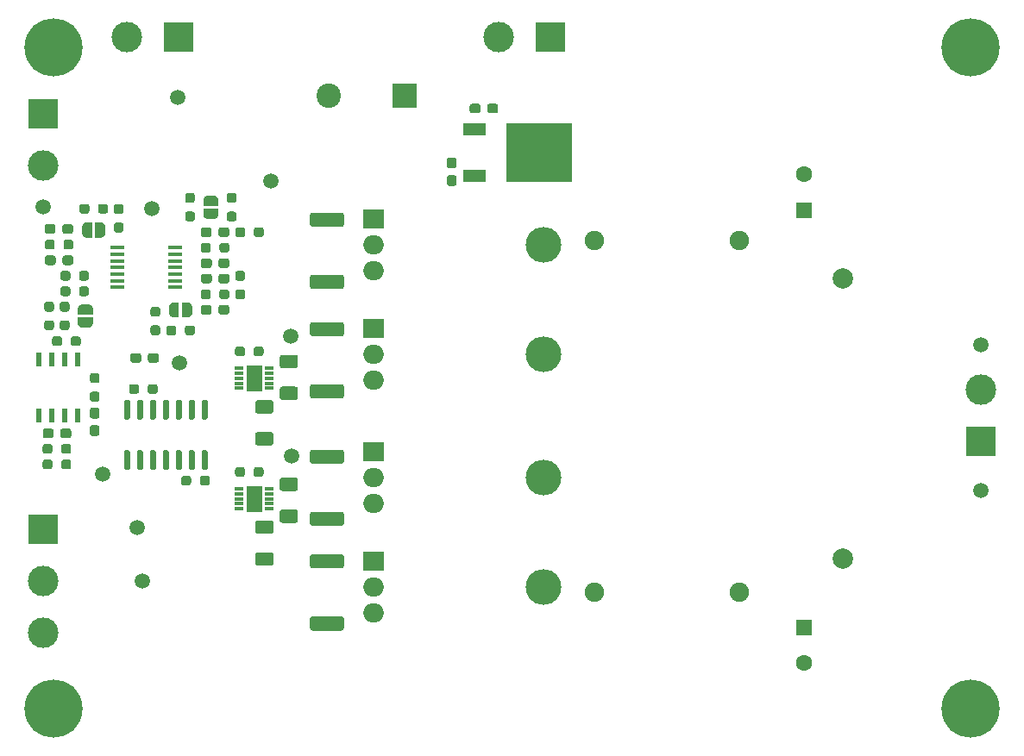
<source format=gts>
G04 #@! TF.GenerationSoftware,KiCad,Pcbnew,5.1.10*
G04 #@! TF.CreationDate,2021-08-14T15:52:34+12:00*
G04 #@! TF.ProjectId,DClassAmplifier,44436c61-7373-4416-9d70-6c6966696572,rev?*
G04 #@! TF.SameCoordinates,Original*
G04 #@! TF.FileFunction,Soldermask,Top*
G04 #@! TF.FilePolarity,Negative*
%FSLAX46Y46*%
G04 Gerber Fmt 4.6, Leading zero omitted, Abs format (unit mm)*
G04 Created by KiCad (PCBNEW 5.1.10) date 2021-08-14 15:52:34*
%MOMM*%
%LPD*%
G01*
G04 APERTURE LIST*
%ADD10C,1.500000*%
%ADD11C,3.000000*%
%ADD12R,3.000000X3.000000*%
%ADD13R,6.400000X5.800000*%
%ADD14R,2.200000X1.200000*%
%ADD15O,2.000000X1.905000*%
%ADD16R,2.000000X1.905000*%
%ADD17O,3.500000X3.500000*%
%ADD18R,0.533400X1.460500*%
%ADD19R,1.473200X0.355600*%
%ADD20C,2.000000*%
%ADD21C,0.100000*%
%ADD22C,1.905000*%
%ADD23R,1.650000X2.600000*%
%ADD24R,0.850000X0.300000*%
%ADD25C,1.600000*%
%ADD26R,1.600000X1.600000*%
%ADD27C,2.400000*%
%ADD28R,2.400000X2.400000*%
%ADD29C,5.700000*%
G04 APERTURE END LIST*
D10*
X98970000Y-78220000D03*
X121320000Y-75650000D03*
D11*
X107170000Y-61500000D03*
D12*
X112250000Y-61500000D03*
D13*
X147655000Y-72885000D03*
D14*
X141355000Y-75165000D03*
X141355000Y-70605000D03*
G36*
G01*
X139327500Y-74417500D02*
X138852500Y-74417500D01*
G75*
G02*
X138615000Y-74180000I0J237500D01*
G01*
X138615000Y-73580000D01*
G75*
G02*
X138852500Y-73342500I237500J0D01*
G01*
X139327500Y-73342500D01*
G75*
G02*
X139565000Y-73580000I0J-237500D01*
G01*
X139565000Y-74180000D01*
G75*
G02*
X139327500Y-74417500I-237500J0D01*
G01*
G37*
G36*
G01*
X139327500Y-76142500D02*
X138852500Y-76142500D01*
G75*
G02*
X138615000Y-75905000I0J237500D01*
G01*
X138615000Y-75305000D01*
G75*
G02*
X138852500Y-75067500I237500J0D01*
G01*
X139327500Y-75067500D01*
G75*
G02*
X139565000Y-75305000I0J-237500D01*
G01*
X139565000Y-75905000D01*
G75*
G02*
X139327500Y-76142500I-237500J0D01*
G01*
G37*
G36*
G01*
X142575000Y-68757500D02*
X142575000Y-68282500D01*
G75*
G02*
X142812500Y-68045000I237500J0D01*
G01*
X143412500Y-68045000D01*
G75*
G02*
X143650000Y-68282500I0J-237500D01*
G01*
X143650000Y-68757500D01*
G75*
G02*
X143412500Y-68995000I-237500J0D01*
G01*
X142812500Y-68995000D01*
G75*
G02*
X142575000Y-68757500I0J237500D01*
G01*
G37*
G36*
G01*
X140850000Y-68757500D02*
X140850000Y-68282500D01*
G75*
G02*
X141087500Y-68045000I237500J0D01*
G01*
X141687500Y-68045000D01*
G75*
G02*
X141925000Y-68282500I0J-237500D01*
G01*
X141925000Y-68757500D01*
G75*
G02*
X141687500Y-68995000I-237500J0D01*
G01*
X141087500Y-68995000D01*
G75*
G02*
X140850000Y-68757500I0J237500D01*
G01*
G37*
D15*
X131400000Y-118080000D03*
X131400000Y-115540000D03*
D16*
X131400000Y-113000000D03*
D17*
X148060000Y-115540000D03*
D15*
X131400000Y-107280000D03*
X131400000Y-104740000D03*
D16*
X131400000Y-102200000D03*
D17*
X148060000Y-104740000D03*
D15*
X131400000Y-95180000D03*
X131400000Y-92640000D03*
D16*
X131400000Y-90100000D03*
D17*
X148060000Y-92640000D03*
D15*
X131400000Y-84480000D03*
X131400000Y-81940000D03*
D16*
X131400000Y-79400000D03*
D17*
X148060000Y-81940000D03*
D18*
X102395000Y-98654150D03*
X101125000Y-98654150D03*
X99855000Y-98654150D03*
X98585000Y-98654150D03*
X98585000Y-93205850D03*
X99855000Y-93205850D03*
X101125000Y-93205850D03*
X102395000Y-93205850D03*
D19*
X111948800Y-82180002D03*
X111948800Y-82830001D03*
X111948800Y-83480002D03*
X111948800Y-84130001D03*
X111948800Y-84780002D03*
X111948800Y-85430001D03*
X111948800Y-86080002D03*
X106310000Y-86080000D03*
X106310000Y-85430001D03*
X106310000Y-84780000D03*
X106310000Y-84130001D03*
X106310000Y-83480002D03*
X106310000Y-82830001D03*
X106310000Y-82180000D03*
D20*
X177500000Y-85250000D03*
X177500000Y-112750000D03*
G36*
G01*
X118812500Y-80437500D02*
X118812500Y-80912500D01*
G75*
G02*
X118575000Y-81150000I-237500J0D01*
G01*
X118075000Y-81150000D01*
G75*
G02*
X117837500Y-80912500I0J237500D01*
G01*
X117837500Y-80437500D01*
G75*
G02*
X118075000Y-80200000I237500J0D01*
G01*
X118575000Y-80200000D01*
G75*
G02*
X118812500Y-80437500I0J-237500D01*
G01*
G37*
G36*
G01*
X120637500Y-80437500D02*
X120637500Y-80912500D01*
G75*
G02*
X120400000Y-81150000I-237500J0D01*
G01*
X119900000Y-81150000D01*
G75*
G02*
X119662500Y-80912500I0J237500D01*
G01*
X119662500Y-80437500D01*
G75*
G02*
X119900000Y-80200000I237500J0D01*
G01*
X120400000Y-80200000D01*
G75*
G02*
X120637500Y-80437500I0J-237500D01*
G01*
G37*
G36*
G01*
X110237500Y-88975000D02*
X109762500Y-88975000D01*
G75*
G02*
X109525000Y-88737500I0J237500D01*
G01*
X109525000Y-88237500D01*
G75*
G02*
X109762500Y-88000000I237500J0D01*
G01*
X110237500Y-88000000D01*
G75*
G02*
X110475000Y-88237500I0J-237500D01*
G01*
X110475000Y-88737500D01*
G75*
G02*
X110237500Y-88975000I-237500J0D01*
G01*
G37*
G36*
G01*
X110237500Y-90800000D02*
X109762500Y-90800000D01*
G75*
G02*
X109525000Y-90562500I0J237500D01*
G01*
X109525000Y-90062500D01*
G75*
G02*
X109762500Y-89825000I237500J0D01*
G01*
X110237500Y-89825000D01*
G75*
G02*
X110475000Y-90062500I0J-237500D01*
G01*
X110475000Y-90562500D01*
G75*
G02*
X110237500Y-90800000I-237500J0D01*
G01*
G37*
G36*
G01*
X112062500Y-90087500D02*
X112062500Y-90562500D01*
G75*
G02*
X111825000Y-90800000I-237500J0D01*
G01*
X111325000Y-90800000D01*
G75*
G02*
X111087500Y-90562500I0J237500D01*
G01*
X111087500Y-90087500D01*
G75*
G02*
X111325000Y-89850000I237500J0D01*
G01*
X111825000Y-89850000D01*
G75*
G02*
X112062500Y-90087500I0J-237500D01*
G01*
G37*
G36*
G01*
X113887500Y-90087500D02*
X113887500Y-90562500D01*
G75*
G02*
X113650000Y-90800000I-237500J0D01*
G01*
X113150000Y-90800000D01*
G75*
G02*
X112912500Y-90562500I0J237500D01*
G01*
X112912500Y-90087500D01*
G75*
G02*
X113150000Y-89850000I237500J0D01*
G01*
X113650000Y-89850000D01*
G75*
G02*
X113887500Y-90087500I0J-237500D01*
G01*
G37*
D21*
G36*
X113125000Y-87550602D02*
G01*
X113149534Y-87550602D01*
X113198365Y-87555412D01*
X113246490Y-87564984D01*
X113293445Y-87579228D01*
X113338778Y-87598005D01*
X113382051Y-87621136D01*
X113422850Y-87648396D01*
X113460779Y-87679524D01*
X113495476Y-87714221D01*
X113526604Y-87752150D01*
X113553864Y-87792949D01*
X113576995Y-87836222D01*
X113595772Y-87881555D01*
X113610016Y-87928510D01*
X113619588Y-87976635D01*
X113624398Y-88025466D01*
X113624398Y-88050000D01*
X113625000Y-88050000D01*
X113625000Y-88550000D01*
X113624398Y-88550000D01*
X113624398Y-88574534D01*
X113619588Y-88623365D01*
X113610016Y-88671490D01*
X113595772Y-88718445D01*
X113576995Y-88763778D01*
X113553864Y-88807051D01*
X113526604Y-88847850D01*
X113495476Y-88885779D01*
X113460779Y-88920476D01*
X113422850Y-88951604D01*
X113382051Y-88978864D01*
X113338778Y-89001995D01*
X113293445Y-89020772D01*
X113246490Y-89035016D01*
X113198365Y-89044588D01*
X113149534Y-89049398D01*
X113125000Y-89049398D01*
X113125000Y-89050000D01*
X112625000Y-89050000D01*
X112625000Y-87550000D01*
X113125000Y-87550000D01*
X113125000Y-87550602D01*
G37*
G36*
X112325000Y-89050000D02*
G01*
X111825000Y-89050000D01*
X111825000Y-89049398D01*
X111800466Y-89049398D01*
X111751635Y-89044588D01*
X111703510Y-89035016D01*
X111656555Y-89020772D01*
X111611222Y-89001995D01*
X111567949Y-88978864D01*
X111527150Y-88951604D01*
X111489221Y-88920476D01*
X111454524Y-88885779D01*
X111423396Y-88847850D01*
X111396136Y-88807051D01*
X111373005Y-88763778D01*
X111354228Y-88718445D01*
X111339984Y-88671490D01*
X111330412Y-88623365D01*
X111325602Y-88574534D01*
X111325602Y-88550000D01*
X111325000Y-88550000D01*
X111325000Y-88050000D01*
X111325602Y-88050000D01*
X111325602Y-88025466D01*
X111330412Y-87976635D01*
X111339984Y-87928510D01*
X111354228Y-87881555D01*
X111373005Y-87836222D01*
X111396136Y-87792949D01*
X111423396Y-87752150D01*
X111454524Y-87714221D01*
X111489221Y-87679524D01*
X111527150Y-87648396D01*
X111567949Y-87621136D01*
X111611222Y-87598005D01*
X111656555Y-87579228D01*
X111703510Y-87564984D01*
X111751635Y-87555412D01*
X111800466Y-87550602D01*
X111825000Y-87550602D01*
X111825000Y-87550000D01*
X112325000Y-87550000D01*
X112325000Y-89050000D01*
G37*
G36*
G01*
X104375000Y-78612500D02*
X104375000Y-78137500D01*
G75*
G02*
X104612500Y-77900000I237500J0D01*
G01*
X105112500Y-77900000D01*
G75*
G02*
X105350000Y-78137500I0J-237500D01*
G01*
X105350000Y-78612500D01*
G75*
G02*
X105112500Y-78850000I-237500J0D01*
G01*
X104612500Y-78850000D01*
G75*
G02*
X104375000Y-78612500I0J237500D01*
G01*
G37*
G36*
G01*
X102550000Y-78612500D02*
X102550000Y-78137500D01*
G75*
G02*
X102787500Y-77900000I237500J0D01*
G01*
X103287500Y-77900000D01*
G75*
G02*
X103525000Y-78137500I0J-237500D01*
G01*
X103525000Y-78612500D01*
G75*
G02*
X103287500Y-78850000I-237500J0D01*
G01*
X102787500Y-78850000D01*
G75*
G02*
X102550000Y-78612500I0J237500D01*
G01*
G37*
G36*
G01*
X106162500Y-79725000D02*
X106637500Y-79725000D01*
G75*
G02*
X106875000Y-79962500I0J-237500D01*
G01*
X106875000Y-80462500D01*
G75*
G02*
X106637500Y-80700000I-237500J0D01*
G01*
X106162500Y-80700000D01*
G75*
G02*
X105925000Y-80462500I0J237500D01*
G01*
X105925000Y-79962500D01*
G75*
G02*
X106162500Y-79725000I237500J0D01*
G01*
G37*
G36*
G01*
X106162500Y-77900000D02*
X106637500Y-77900000D01*
G75*
G02*
X106875000Y-78137500I0J-237500D01*
G01*
X106875000Y-78637500D01*
G75*
G02*
X106637500Y-78875000I-237500J0D01*
G01*
X106162500Y-78875000D01*
G75*
G02*
X105925000Y-78637500I0J237500D01*
G01*
X105925000Y-78137500D01*
G75*
G02*
X106162500Y-77900000I237500J0D01*
G01*
G37*
G36*
X103300000Y-81199398D02*
G01*
X103275466Y-81199398D01*
X103226635Y-81194588D01*
X103178510Y-81185016D01*
X103131555Y-81170772D01*
X103086222Y-81151995D01*
X103042949Y-81128864D01*
X103002150Y-81101604D01*
X102964221Y-81070476D01*
X102929524Y-81035779D01*
X102898396Y-80997850D01*
X102871136Y-80957051D01*
X102848005Y-80913778D01*
X102829228Y-80868445D01*
X102814984Y-80821490D01*
X102805412Y-80773365D01*
X102800602Y-80724534D01*
X102800602Y-80700000D01*
X102800000Y-80700000D01*
X102800000Y-80200000D01*
X102800602Y-80200000D01*
X102800602Y-80175466D01*
X102805412Y-80126635D01*
X102814984Y-80078510D01*
X102829228Y-80031555D01*
X102848005Y-79986222D01*
X102871136Y-79942949D01*
X102898396Y-79902150D01*
X102929524Y-79864221D01*
X102964221Y-79829524D01*
X103002150Y-79798396D01*
X103042949Y-79771136D01*
X103086222Y-79748005D01*
X103131555Y-79729228D01*
X103178510Y-79714984D01*
X103226635Y-79705412D01*
X103275466Y-79700602D01*
X103300000Y-79700602D01*
X103300000Y-79700000D01*
X103800000Y-79700000D01*
X103800000Y-81200000D01*
X103300000Y-81200000D01*
X103300000Y-81199398D01*
G37*
G36*
X104100000Y-79700000D02*
G01*
X104600000Y-79700000D01*
X104600000Y-79700602D01*
X104624534Y-79700602D01*
X104673365Y-79705412D01*
X104721490Y-79714984D01*
X104768445Y-79729228D01*
X104813778Y-79748005D01*
X104857051Y-79771136D01*
X104897850Y-79798396D01*
X104935779Y-79829524D01*
X104970476Y-79864221D01*
X105001604Y-79902150D01*
X105028864Y-79942949D01*
X105051995Y-79986222D01*
X105070772Y-80031555D01*
X105085016Y-80078510D01*
X105094588Y-80126635D01*
X105099398Y-80175466D01*
X105099398Y-80200000D01*
X105100000Y-80200000D01*
X105100000Y-80700000D01*
X105099398Y-80700000D01*
X105099398Y-80724534D01*
X105094588Y-80773365D01*
X105085016Y-80821490D01*
X105070772Y-80868445D01*
X105051995Y-80913778D01*
X105028864Y-80957051D01*
X105001604Y-80997850D01*
X104970476Y-81035779D01*
X104935779Y-81070476D01*
X104897850Y-81101604D01*
X104857051Y-81128864D01*
X104813778Y-81151995D01*
X104768445Y-81170772D01*
X104721490Y-81185016D01*
X104673365Y-81194588D01*
X104624534Y-81199398D01*
X104600000Y-81199398D01*
X104600000Y-81200000D01*
X104100000Y-81200000D01*
X104100000Y-79700000D01*
G37*
G36*
G01*
X100225000Y-83192500D02*
X100225000Y-83667500D01*
G75*
G02*
X99987500Y-83905000I-237500J0D01*
G01*
X99387500Y-83905000D01*
G75*
G02*
X99150000Y-83667500I0J237500D01*
G01*
X99150000Y-83192500D01*
G75*
G02*
X99387500Y-82955000I237500J0D01*
G01*
X99987500Y-82955000D01*
G75*
G02*
X100225000Y-83192500I0J-237500D01*
G01*
G37*
G36*
G01*
X101950000Y-83192500D02*
X101950000Y-83667500D01*
G75*
G02*
X101712500Y-83905000I-237500J0D01*
G01*
X101112500Y-83905000D01*
G75*
G02*
X100875000Y-83667500I0J237500D01*
G01*
X100875000Y-83192500D01*
G75*
G02*
X101112500Y-82955000I237500J0D01*
G01*
X101712500Y-82955000D01*
G75*
G02*
X101950000Y-83192500I0J-237500D01*
G01*
G37*
G36*
G01*
X103802500Y-99625000D02*
X104277500Y-99625000D01*
G75*
G02*
X104515000Y-99862500I0J-237500D01*
G01*
X104515000Y-100462500D01*
G75*
G02*
X104277500Y-100700000I-237500J0D01*
G01*
X103802500Y-100700000D01*
G75*
G02*
X103565000Y-100462500I0J237500D01*
G01*
X103565000Y-99862500D01*
G75*
G02*
X103802500Y-99625000I237500J0D01*
G01*
G37*
G36*
G01*
X103802500Y-97900000D02*
X104277500Y-97900000D01*
G75*
G02*
X104515000Y-98137500I0J-237500D01*
G01*
X104515000Y-98737500D01*
G75*
G02*
X104277500Y-98975000I-237500J0D01*
G01*
X103802500Y-98975000D01*
G75*
G02*
X103565000Y-98737500I0J237500D01*
G01*
X103565000Y-98137500D01*
G75*
G02*
X103802500Y-97900000I237500J0D01*
G01*
G37*
G36*
G01*
X108625000Y-92787500D02*
X108625000Y-93262500D01*
G75*
G02*
X108387500Y-93500000I-237500J0D01*
G01*
X107787500Y-93500000D01*
G75*
G02*
X107550000Y-93262500I0J237500D01*
G01*
X107550000Y-92787500D01*
G75*
G02*
X107787500Y-92550000I237500J0D01*
G01*
X108387500Y-92550000D01*
G75*
G02*
X108625000Y-92787500I0J-237500D01*
G01*
G37*
G36*
G01*
X110350000Y-92787500D02*
X110350000Y-93262500D01*
G75*
G02*
X110112500Y-93500000I-237500J0D01*
G01*
X109512500Y-93500000D01*
G75*
G02*
X109275000Y-93262500I0J237500D01*
G01*
X109275000Y-92787500D01*
G75*
G02*
X109512500Y-92550000I237500J0D01*
G01*
X110112500Y-92550000D01*
G75*
G02*
X110350000Y-92787500I0J-237500D01*
G01*
G37*
G36*
G01*
X100215000Y-80112500D02*
X100215000Y-80587500D01*
G75*
G02*
X99977500Y-80825000I-237500J0D01*
G01*
X99377500Y-80825000D01*
G75*
G02*
X99140000Y-80587500I0J237500D01*
G01*
X99140000Y-80112500D01*
G75*
G02*
X99377500Y-79875000I237500J0D01*
G01*
X99977500Y-79875000D01*
G75*
G02*
X100215000Y-80112500I0J-237500D01*
G01*
G37*
G36*
G01*
X101940000Y-80112500D02*
X101940000Y-80587500D01*
G75*
G02*
X101702500Y-80825000I-237500J0D01*
G01*
X101102500Y-80825000D01*
G75*
G02*
X100865000Y-80587500I0J237500D01*
G01*
X100865000Y-80112500D01*
G75*
G02*
X101102500Y-79875000I237500J0D01*
G01*
X101702500Y-79875000D01*
G75*
G02*
X101940000Y-80112500I0J-237500D01*
G01*
G37*
G36*
G01*
X100025000Y-100187500D02*
X100025000Y-100662500D01*
G75*
G02*
X99787500Y-100900000I-237500J0D01*
G01*
X99187500Y-100900000D01*
G75*
G02*
X98950000Y-100662500I0J237500D01*
G01*
X98950000Y-100187500D01*
G75*
G02*
X99187500Y-99950000I237500J0D01*
G01*
X99787500Y-99950000D01*
G75*
G02*
X100025000Y-100187500I0J-237500D01*
G01*
G37*
G36*
G01*
X101750000Y-100187500D02*
X101750000Y-100662500D01*
G75*
G02*
X101512500Y-100900000I-237500J0D01*
G01*
X100912500Y-100900000D01*
G75*
G02*
X100675000Y-100662500I0J237500D01*
G01*
X100675000Y-100187500D01*
G75*
G02*
X100912500Y-99950000I237500J0D01*
G01*
X101512500Y-99950000D01*
G75*
G02*
X101750000Y-100187500I0J-237500D01*
G01*
G37*
D10*
X109675000Y-78325000D03*
X112400000Y-93500000D03*
X123400000Y-102675000D03*
X191000000Y-106000000D03*
X191000000Y-91750000D03*
X123325000Y-90850000D03*
X104850000Y-104450000D03*
X108250000Y-109650000D03*
X108750000Y-114950000D03*
X112210000Y-67400000D03*
G36*
G01*
X107365000Y-99075000D02*
X107065000Y-99075000D01*
G75*
G02*
X106915000Y-98925000I0J150000D01*
G01*
X106915000Y-97275000D01*
G75*
G02*
X107065000Y-97125000I150000J0D01*
G01*
X107365000Y-97125000D01*
G75*
G02*
X107515000Y-97275000I0J-150000D01*
G01*
X107515000Y-98925000D01*
G75*
G02*
X107365000Y-99075000I-150000J0D01*
G01*
G37*
G36*
G01*
X108635000Y-99075000D02*
X108335000Y-99075000D01*
G75*
G02*
X108185000Y-98925000I0J150000D01*
G01*
X108185000Y-97275000D01*
G75*
G02*
X108335000Y-97125000I150000J0D01*
G01*
X108635000Y-97125000D01*
G75*
G02*
X108785000Y-97275000I0J-150000D01*
G01*
X108785000Y-98925000D01*
G75*
G02*
X108635000Y-99075000I-150000J0D01*
G01*
G37*
G36*
G01*
X109905000Y-99075000D02*
X109605000Y-99075000D01*
G75*
G02*
X109455000Y-98925000I0J150000D01*
G01*
X109455000Y-97275000D01*
G75*
G02*
X109605000Y-97125000I150000J0D01*
G01*
X109905000Y-97125000D01*
G75*
G02*
X110055000Y-97275000I0J-150000D01*
G01*
X110055000Y-98925000D01*
G75*
G02*
X109905000Y-99075000I-150000J0D01*
G01*
G37*
G36*
G01*
X111175000Y-99075000D02*
X110875000Y-99075000D01*
G75*
G02*
X110725000Y-98925000I0J150000D01*
G01*
X110725000Y-97275000D01*
G75*
G02*
X110875000Y-97125000I150000J0D01*
G01*
X111175000Y-97125000D01*
G75*
G02*
X111325000Y-97275000I0J-150000D01*
G01*
X111325000Y-98925000D01*
G75*
G02*
X111175000Y-99075000I-150000J0D01*
G01*
G37*
G36*
G01*
X112445000Y-99075000D02*
X112145000Y-99075000D01*
G75*
G02*
X111995000Y-98925000I0J150000D01*
G01*
X111995000Y-97275000D01*
G75*
G02*
X112145000Y-97125000I150000J0D01*
G01*
X112445000Y-97125000D01*
G75*
G02*
X112595000Y-97275000I0J-150000D01*
G01*
X112595000Y-98925000D01*
G75*
G02*
X112445000Y-99075000I-150000J0D01*
G01*
G37*
G36*
G01*
X113715000Y-99075000D02*
X113415000Y-99075000D01*
G75*
G02*
X113265000Y-98925000I0J150000D01*
G01*
X113265000Y-97275000D01*
G75*
G02*
X113415000Y-97125000I150000J0D01*
G01*
X113715000Y-97125000D01*
G75*
G02*
X113865000Y-97275000I0J-150000D01*
G01*
X113865000Y-98925000D01*
G75*
G02*
X113715000Y-99075000I-150000J0D01*
G01*
G37*
G36*
G01*
X114985000Y-99075000D02*
X114685000Y-99075000D01*
G75*
G02*
X114535000Y-98925000I0J150000D01*
G01*
X114535000Y-97275000D01*
G75*
G02*
X114685000Y-97125000I150000J0D01*
G01*
X114985000Y-97125000D01*
G75*
G02*
X115135000Y-97275000I0J-150000D01*
G01*
X115135000Y-98925000D01*
G75*
G02*
X114985000Y-99075000I-150000J0D01*
G01*
G37*
G36*
G01*
X114985000Y-104025000D02*
X114685000Y-104025000D01*
G75*
G02*
X114535000Y-103875000I0J150000D01*
G01*
X114535000Y-102225000D01*
G75*
G02*
X114685000Y-102075000I150000J0D01*
G01*
X114985000Y-102075000D01*
G75*
G02*
X115135000Y-102225000I0J-150000D01*
G01*
X115135000Y-103875000D01*
G75*
G02*
X114985000Y-104025000I-150000J0D01*
G01*
G37*
G36*
G01*
X113715000Y-104025000D02*
X113415000Y-104025000D01*
G75*
G02*
X113265000Y-103875000I0J150000D01*
G01*
X113265000Y-102225000D01*
G75*
G02*
X113415000Y-102075000I150000J0D01*
G01*
X113715000Y-102075000D01*
G75*
G02*
X113865000Y-102225000I0J-150000D01*
G01*
X113865000Y-103875000D01*
G75*
G02*
X113715000Y-104025000I-150000J0D01*
G01*
G37*
G36*
G01*
X112445000Y-104025000D02*
X112145000Y-104025000D01*
G75*
G02*
X111995000Y-103875000I0J150000D01*
G01*
X111995000Y-102225000D01*
G75*
G02*
X112145000Y-102075000I150000J0D01*
G01*
X112445000Y-102075000D01*
G75*
G02*
X112595000Y-102225000I0J-150000D01*
G01*
X112595000Y-103875000D01*
G75*
G02*
X112445000Y-104025000I-150000J0D01*
G01*
G37*
G36*
G01*
X111175000Y-104025000D02*
X110875000Y-104025000D01*
G75*
G02*
X110725000Y-103875000I0J150000D01*
G01*
X110725000Y-102225000D01*
G75*
G02*
X110875000Y-102075000I150000J0D01*
G01*
X111175000Y-102075000D01*
G75*
G02*
X111325000Y-102225000I0J-150000D01*
G01*
X111325000Y-103875000D01*
G75*
G02*
X111175000Y-104025000I-150000J0D01*
G01*
G37*
G36*
G01*
X109905000Y-104025000D02*
X109605000Y-104025000D01*
G75*
G02*
X109455000Y-103875000I0J150000D01*
G01*
X109455000Y-102225000D01*
G75*
G02*
X109605000Y-102075000I150000J0D01*
G01*
X109905000Y-102075000D01*
G75*
G02*
X110055000Y-102225000I0J-150000D01*
G01*
X110055000Y-103875000D01*
G75*
G02*
X109905000Y-104025000I-150000J0D01*
G01*
G37*
G36*
G01*
X108635000Y-104025000D02*
X108335000Y-104025000D01*
G75*
G02*
X108185000Y-103875000I0J150000D01*
G01*
X108185000Y-102225000D01*
G75*
G02*
X108335000Y-102075000I150000J0D01*
G01*
X108635000Y-102075000D01*
G75*
G02*
X108785000Y-102225000I0J-150000D01*
G01*
X108785000Y-103875000D01*
G75*
G02*
X108635000Y-104025000I-150000J0D01*
G01*
G37*
G36*
G01*
X107365000Y-104025000D02*
X107065000Y-104025000D01*
G75*
G02*
X106915000Y-103875000I0J150000D01*
G01*
X106915000Y-102225000D01*
G75*
G02*
X107065000Y-102075000I150000J0D01*
G01*
X107365000Y-102075000D01*
G75*
G02*
X107515000Y-102225000I0J-150000D01*
G01*
X107515000Y-103875000D01*
G75*
G02*
X107365000Y-104025000I-150000J0D01*
G01*
G37*
G36*
G01*
X114362500Y-105312500D02*
X114362500Y-104837500D01*
G75*
G02*
X114600000Y-104600000I237500J0D01*
G01*
X115100000Y-104600000D01*
G75*
G02*
X115337500Y-104837500I0J-237500D01*
G01*
X115337500Y-105312500D01*
G75*
G02*
X115100000Y-105550000I-237500J0D01*
G01*
X114600000Y-105550000D01*
G75*
G02*
X114362500Y-105312500I0J237500D01*
G01*
G37*
G36*
G01*
X112537500Y-105312500D02*
X112537500Y-104837500D01*
G75*
G02*
X112775000Y-104600000I237500J0D01*
G01*
X113275000Y-104600000D01*
G75*
G02*
X113512500Y-104837500I0J-237500D01*
G01*
X113512500Y-105312500D01*
G75*
G02*
X113275000Y-105550000I-237500J0D01*
G01*
X112775000Y-105550000D01*
G75*
G02*
X112537500Y-105312500I0J237500D01*
G01*
G37*
G36*
G01*
X109250000Y-96312500D02*
X109250000Y-95837500D01*
G75*
G02*
X109487500Y-95600000I237500J0D01*
G01*
X109987500Y-95600000D01*
G75*
G02*
X110225000Y-95837500I0J-237500D01*
G01*
X110225000Y-96312500D01*
G75*
G02*
X109987500Y-96550000I-237500J0D01*
G01*
X109487500Y-96550000D01*
G75*
G02*
X109250000Y-96312500I0J237500D01*
G01*
G37*
G36*
G01*
X107425000Y-96312500D02*
X107425000Y-95837500D01*
G75*
G02*
X107662500Y-95600000I237500J0D01*
G01*
X108162500Y-95600000D01*
G75*
G02*
X108400000Y-95837500I0J-237500D01*
G01*
X108400000Y-96312500D01*
G75*
G02*
X108162500Y-96550000I-237500J0D01*
G01*
X107662500Y-96550000D01*
G75*
G02*
X107425000Y-96312500I0J237500D01*
G01*
G37*
G36*
G01*
X100762500Y-102187500D02*
X100762500Y-101712500D01*
G75*
G02*
X101000000Y-101475000I237500J0D01*
G01*
X101500000Y-101475000D01*
G75*
G02*
X101737500Y-101712500I0J-237500D01*
G01*
X101737500Y-102187500D01*
G75*
G02*
X101500000Y-102425000I-237500J0D01*
G01*
X101000000Y-102425000D01*
G75*
G02*
X100762500Y-102187500I0J237500D01*
G01*
G37*
G36*
G01*
X98937500Y-102187500D02*
X98937500Y-101712500D01*
G75*
G02*
X99175000Y-101475000I237500J0D01*
G01*
X99675000Y-101475000D01*
G75*
G02*
X99912500Y-101712500I0J-237500D01*
G01*
X99912500Y-102187500D01*
G75*
G02*
X99675000Y-102425000I-237500J0D01*
G01*
X99175000Y-102425000D01*
G75*
G02*
X98937500Y-102187500I0J237500D01*
G01*
G37*
G36*
G01*
X100762500Y-103712500D02*
X100762500Y-103237500D01*
G75*
G02*
X101000000Y-103000000I237500J0D01*
G01*
X101500000Y-103000000D01*
G75*
G02*
X101737500Y-103237500I0J-237500D01*
G01*
X101737500Y-103712500D01*
G75*
G02*
X101500000Y-103950000I-237500J0D01*
G01*
X101000000Y-103950000D01*
G75*
G02*
X100762500Y-103712500I0J237500D01*
G01*
G37*
G36*
G01*
X98937500Y-103712500D02*
X98937500Y-103237500D01*
G75*
G02*
X99175000Y-103000000I237500J0D01*
G01*
X99675000Y-103000000D01*
G75*
G02*
X99912500Y-103237500I0J-237500D01*
G01*
X99912500Y-103712500D01*
G75*
G02*
X99675000Y-103950000I-237500J0D01*
G01*
X99175000Y-103950000D01*
G75*
G02*
X98937500Y-103712500I0J237500D01*
G01*
G37*
G36*
G01*
X100850000Y-91137500D02*
X100850000Y-91612500D01*
G75*
G02*
X100612500Y-91850000I-237500J0D01*
G01*
X100112500Y-91850000D01*
G75*
G02*
X99875000Y-91612500I0J237500D01*
G01*
X99875000Y-91137500D01*
G75*
G02*
X100112500Y-90900000I237500J0D01*
G01*
X100612500Y-90900000D01*
G75*
G02*
X100850000Y-91137500I0J-237500D01*
G01*
G37*
G36*
G01*
X102675000Y-91137500D02*
X102675000Y-91612500D01*
G75*
G02*
X102437500Y-91850000I-237500J0D01*
G01*
X101937500Y-91850000D01*
G75*
G02*
X101700000Y-91612500I0J237500D01*
G01*
X101700000Y-91137500D01*
G75*
G02*
X101937500Y-90900000I237500J0D01*
G01*
X102437500Y-90900000D01*
G75*
G02*
X102675000Y-91137500I0J-237500D01*
G01*
G37*
G36*
G01*
X104287500Y-95487500D02*
X103812500Y-95487500D01*
G75*
G02*
X103575000Y-95250000I0J237500D01*
G01*
X103575000Y-94750000D01*
G75*
G02*
X103812500Y-94512500I237500J0D01*
G01*
X104287500Y-94512500D01*
G75*
G02*
X104525000Y-94750000I0J-237500D01*
G01*
X104525000Y-95250000D01*
G75*
G02*
X104287500Y-95487500I-237500J0D01*
G01*
G37*
G36*
G01*
X104287500Y-97312500D02*
X103812500Y-97312500D01*
G75*
G02*
X103575000Y-97075000I0J237500D01*
G01*
X103575000Y-96575000D01*
G75*
G02*
X103812500Y-96337500I237500J0D01*
G01*
X104287500Y-96337500D01*
G75*
G02*
X104525000Y-96575000I0J-237500D01*
G01*
X104525000Y-97075000D01*
G75*
G02*
X104287500Y-97312500I-237500J0D01*
G01*
G37*
G36*
G01*
X125424999Y-118400000D02*
X128275001Y-118400000D01*
G75*
G02*
X128525000Y-118649999I0J-249999D01*
G01*
X128525000Y-119550001D01*
G75*
G02*
X128275001Y-119800000I-249999J0D01*
G01*
X125424999Y-119800000D01*
G75*
G02*
X125175000Y-119550001I0J249999D01*
G01*
X125175000Y-118649999D01*
G75*
G02*
X125424999Y-118400000I249999J0D01*
G01*
G37*
G36*
G01*
X125424999Y-112300000D02*
X128275001Y-112300000D01*
G75*
G02*
X128525000Y-112549999I0J-249999D01*
G01*
X128525000Y-113450001D01*
G75*
G02*
X128275001Y-113700000I-249999J0D01*
G01*
X125424999Y-113700000D01*
G75*
G02*
X125175000Y-113450001I0J249999D01*
G01*
X125175000Y-112549999D01*
G75*
G02*
X125424999Y-112300000I249999J0D01*
G01*
G37*
G36*
G01*
X119650000Y-104462500D02*
X119650000Y-103987500D01*
G75*
G02*
X119887500Y-103750000I237500J0D01*
G01*
X120387500Y-103750000D01*
G75*
G02*
X120625000Y-103987500I0J-237500D01*
G01*
X120625000Y-104462500D01*
G75*
G02*
X120387500Y-104700000I-237500J0D01*
G01*
X119887500Y-104700000D01*
G75*
G02*
X119650000Y-104462500I0J237500D01*
G01*
G37*
G36*
G01*
X117825000Y-104462500D02*
X117825000Y-103987500D01*
G75*
G02*
X118062500Y-103750000I237500J0D01*
G01*
X118562500Y-103750000D01*
G75*
G02*
X118800000Y-103987500I0J-237500D01*
G01*
X118800000Y-104462500D01*
G75*
G02*
X118562500Y-104700000I-237500J0D01*
G01*
X118062500Y-104700000D01*
G75*
G02*
X117825000Y-104462500I0J237500D01*
G01*
G37*
G36*
G01*
X125424999Y-108125000D02*
X128275001Y-108125000D01*
G75*
G02*
X128525000Y-108374999I0J-249999D01*
G01*
X128525000Y-109275001D01*
G75*
G02*
X128275001Y-109525000I-249999J0D01*
G01*
X125424999Y-109525000D01*
G75*
G02*
X125175000Y-109275001I0J249999D01*
G01*
X125175000Y-108374999D01*
G75*
G02*
X125424999Y-108125000I249999J0D01*
G01*
G37*
G36*
G01*
X125424999Y-102025000D02*
X128275001Y-102025000D01*
G75*
G02*
X128525000Y-102274999I0J-249999D01*
G01*
X128525000Y-103175001D01*
G75*
G02*
X128275001Y-103425000I-249999J0D01*
G01*
X125424999Y-103425000D01*
G75*
G02*
X125175000Y-103175001I0J249999D01*
G01*
X125175000Y-102274999D01*
G75*
G02*
X125424999Y-102025000I249999J0D01*
G01*
G37*
G36*
G01*
X125424999Y-95600000D02*
X128275001Y-95600000D01*
G75*
G02*
X128525000Y-95849999I0J-249999D01*
G01*
X128525000Y-96750001D01*
G75*
G02*
X128275001Y-97000000I-249999J0D01*
G01*
X125424999Y-97000000D01*
G75*
G02*
X125175000Y-96750001I0J249999D01*
G01*
X125175000Y-95849999D01*
G75*
G02*
X125424999Y-95600000I249999J0D01*
G01*
G37*
G36*
G01*
X125424999Y-89500000D02*
X128275001Y-89500000D01*
G75*
G02*
X128525000Y-89749999I0J-249999D01*
G01*
X128525000Y-90650001D01*
G75*
G02*
X128275001Y-90900000I-249999J0D01*
G01*
X125424999Y-90900000D01*
G75*
G02*
X125175000Y-90650001I0J249999D01*
G01*
X125175000Y-89749999D01*
G75*
G02*
X125424999Y-89500000I249999J0D01*
G01*
G37*
G36*
G01*
X119650000Y-92612500D02*
X119650000Y-92137500D01*
G75*
G02*
X119887500Y-91900000I237500J0D01*
G01*
X120387500Y-91900000D01*
G75*
G02*
X120625000Y-92137500I0J-237500D01*
G01*
X120625000Y-92612500D01*
G75*
G02*
X120387500Y-92850000I-237500J0D01*
G01*
X119887500Y-92850000D01*
G75*
G02*
X119650000Y-92612500I0J237500D01*
G01*
G37*
G36*
G01*
X117825000Y-92612500D02*
X117825000Y-92137500D01*
G75*
G02*
X118062500Y-91900000I237500J0D01*
G01*
X118562500Y-91900000D01*
G75*
G02*
X118800000Y-92137500I0J-237500D01*
G01*
X118800000Y-92612500D01*
G75*
G02*
X118562500Y-92850000I-237500J0D01*
G01*
X118062500Y-92850000D01*
G75*
G02*
X117825000Y-92612500I0J237500D01*
G01*
G37*
G36*
G01*
X125424999Y-78750000D02*
X128275001Y-78750000D01*
G75*
G02*
X128525000Y-78999999I0J-249999D01*
G01*
X128525000Y-79900001D01*
G75*
G02*
X128275001Y-80150000I-249999J0D01*
G01*
X125424999Y-80150000D01*
G75*
G02*
X125175000Y-79900001I0J249999D01*
G01*
X125175000Y-78999999D01*
G75*
G02*
X125424999Y-78750000I249999J0D01*
G01*
G37*
G36*
G01*
X125424999Y-84850000D02*
X128275001Y-84850000D01*
G75*
G02*
X128525000Y-85099999I0J-249999D01*
G01*
X128525000Y-86000001D01*
G75*
G02*
X128275001Y-86250000I-249999J0D01*
G01*
X125424999Y-86250000D01*
G75*
G02*
X125175000Y-86000001I0J249999D01*
G01*
X125175000Y-85099999D01*
G75*
G02*
X125424999Y-84850000I249999J0D01*
G01*
G37*
G36*
G01*
X100982500Y-82127500D02*
X100982500Y-81652500D01*
G75*
G02*
X101220000Y-81415000I237500J0D01*
G01*
X101720000Y-81415000D01*
G75*
G02*
X101957500Y-81652500I0J-237500D01*
G01*
X101957500Y-82127500D01*
G75*
G02*
X101720000Y-82365000I-237500J0D01*
G01*
X101220000Y-82365000D01*
G75*
G02*
X100982500Y-82127500I0J237500D01*
G01*
G37*
G36*
G01*
X99157500Y-82127500D02*
X99157500Y-81652500D01*
G75*
G02*
X99395000Y-81415000I237500J0D01*
G01*
X99895000Y-81415000D01*
G75*
G02*
X100132500Y-81652500I0J-237500D01*
G01*
X100132500Y-82127500D01*
G75*
G02*
X99895000Y-82365000I-237500J0D01*
G01*
X99395000Y-82365000D01*
G75*
G02*
X99157500Y-82127500I0J237500D01*
G01*
G37*
G36*
G01*
X118087500Y-86287500D02*
X118562500Y-86287500D01*
G75*
G02*
X118800000Y-86525000I0J-237500D01*
G01*
X118800000Y-87025000D01*
G75*
G02*
X118562500Y-87262500I-237500J0D01*
G01*
X118087500Y-87262500D01*
G75*
G02*
X117850000Y-87025000I0J237500D01*
G01*
X117850000Y-86525000D01*
G75*
G02*
X118087500Y-86287500I237500J0D01*
G01*
G37*
G36*
G01*
X118087500Y-84462500D02*
X118562500Y-84462500D01*
G75*
G02*
X118800000Y-84700000I0J-237500D01*
G01*
X118800000Y-85200000D01*
G75*
G02*
X118562500Y-85437500I-237500J0D01*
G01*
X118087500Y-85437500D01*
G75*
G02*
X117850000Y-85200000I0J237500D01*
G01*
X117850000Y-84700000D01*
G75*
G02*
X118087500Y-84462500I237500J0D01*
G01*
G37*
G36*
G01*
X115425000Y-86537500D02*
X115425000Y-87012500D01*
G75*
G02*
X115187500Y-87250000I-237500J0D01*
G01*
X114687500Y-87250000D01*
G75*
G02*
X114450000Y-87012500I0J237500D01*
G01*
X114450000Y-86537500D01*
G75*
G02*
X114687500Y-86300000I237500J0D01*
G01*
X115187500Y-86300000D01*
G75*
G02*
X115425000Y-86537500I0J-237500D01*
G01*
G37*
G36*
G01*
X117250000Y-86537500D02*
X117250000Y-87012500D01*
G75*
G02*
X117012500Y-87250000I-237500J0D01*
G01*
X116512500Y-87250000D01*
G75*
G02*
X116275000Y-87012500I0J237500D01*
G01*
X116275000Y-86537500D01*
G75*
G02*
X116512500Y-86300000I237500J0D01*
G01*
X117012500Y-86300000D01*
G75*
G02*
X117250000Y-86537500I0J-237500D01*
G01*
G37*
G36*
G01*
X101662500Y-86237500D02*
X101662500Y-86712500D01*
G75*
G02*
X101425000Y-86950000I-237500J0D01*
G01*
X100925000Y-86950000D01*
G75*
G02*
X100687500Y-86712500I0J237500D01*
G01*
X100687500Y-86237500D01*
G75*
G02*
X100925000Y-86000000I237500J0D01*
G01*
X101425000Y-86000000D01*
G75*
G02*
X101662500Y-86237500I0J-237500D01*
G01*
G37*
G36*
G01*
X103487500Y-86237500D02*
X103487500Y-86712500D01*
G75*
G02*
X103250000Y-86950000I-237500J0D01*
G01*
X102750000Y-86950000D01*
G75*
G02*
X102512500Y-86712500I0J237500D01*
G01*
X102512500Y-86237500D01*
G75*
G02*
X102750000Y-86000000I237500J0D01*
G01*
X103250000Y-86000000D01*
G75*
G02*
X103487500Y-86237500I0J-237500D01*
G01*
G37*
G36*
G01*
X115450000Y-81962500D02*
X115450000Y-82437500D01*
G75*
G02*
X115212500Y-82675000I-237500J0D01*
G01*
X114712500Y-82675000D01*
G75*
G02*
X114475000Y-82437500I0J237500D01*
G01*
X114475000Y-81962500D01*
G75*
G02*
X114712500Y-81725000I237500J0D01*
G01*
X115212500Y-81725000D01*
G75*
G02*
X115450000Y-81962500I0J-237500D01*
G01*
G37*
G36*
G01*
X117275000Y-81962500D02*
X117275000Y-82437500D01*
G75*
G02*
X117037500Y-82675000I-237500J0D01*
G01*
X116537500Y-82675000D01*
G75*
G02*
X116300000Y-82437500I0J237500D01*
G01*
X116300000Y-81962500D01*
G75*
G02*
X116537500Y-81725000I237500J0D01*
G01*
X117037500Y-81725000D01*
G75*
G02*
X117275000Y-81962500I0J-237500D01*
G01*
G37*
G36*
G01*
X100862500Y-89325000D02*
X101337500Y-89325000D01*
G75*
G02*
X101575000Y-89562500I0J-237500D01*
G01*
X101575000Y-90062500D01*
G75*
G02*
X101337500Y-90300000I-237500J0D01*
G01*
X100862500Y-90300000D01*
G75*
G02*
X100625000Y-90062500I0J237500D01*
G01*
X100625000Y-89562500D01*
G75*
G02*
X100862500Y-89325000I237500J0D01*
G01*
G37*
G36*
G01*
X100862500Y-87500000D02*
X101337500Y-87500000D01*
G75*
G02*
X101575000Y-87737500I0J-237500D01*
G01*
X101575000Y-88237500D01*
G75*
G02*
X101337500Y-88475000I-237500J0D01*
G01*
X100862500Y-88475000D01*
G75*
G02*
X100625000Y-88237500I0J237500D01*
G01*
X100625000Y-87737500D01*
G75*
G02*
X100862500Y-87500000I237500J0D01*
G01*
G37*
G36*
G01*
X99812500Y-88475000D02*
X99337500Y-88475000D01*
G75*
G02*
X99100000Y-88237500I0J237500D01*
G01*
X99100000Y-87737500D01*
G75*
G02*
X99337500Y-87500000I237500J0D01*
G01*
X99812500Y-87500000D01*
G75*
G02*
X100050000Y-87737500I0J-237500D01*
G01*
X100050000Y-88237500D01*
G75*
G02*
X99812500Y-88475000I-237500J0D01*
G01*
G37*
G36*
G01*
X99812500Y-90300000D02*
X99337500Y-90300000D01*
G75*
G02*
X99100000Y-90062500I0J237500D01*
G01*
X99100000Y-89562500D01*
G75*
G02*
X99337500Y-89325000I237500J0D01*
G01*
X99812500Y-89325000D01*
G75*
G02*
X100050000Y-89562500I0J-237500D01*
G01*
X100050000Y-90062500D01*
G75*
G02*
X99812500Y-90300000I-237500J0D01*
G01*
G37*
G36*
G01*
X117252500Y-78645000D02*
X117727500Y-78645000D01*
G75*
G02*
X117965000Y-78882500I0J-237500D01*
G01*
X117965000Y-79382500D01*
G75*
G02*
X117727500Y-79620000I-237500J0D01*
G01*
X117252500Y-79620000D01*
G75*
G02*
X117015000Y-79382500I0J237500D01*
G01*
X117015000Y-78882500D01*
G75*
G02*
X117252500Y-78645000I237500J0D01*
G01*
G37*
G36*
G01*
X117252500Y-76820000D02*
X117727500Y-76820000D01*
G75*
G02*
X117965000Y-77057500I0J-237500D01*
G01*
X117965000Y-77557500D01*
G75*
G02*
X117727500Y-77795000I-237500J0D01*
G01*
X117252500Y-77795000D01*
G75*
G02*
X117015000Y-77557500I0J237500D01*
G01*
X117015000Y-77057500D01*
G75*
G02*
X117252500Y-76820000I237500J0D01*
G01*
G37*
G36*
G01*
X113637500Y-77787500D02*
X113162500Y-77787500D01*
G75*
G02*
X112925000Y-77550000I0J237500D01*
G01*
X112925000Y-77050000D01*
G75*
G02*
X113162500Y-76812500I237500J0D01*
G01*
X113637500Y-76812500D01*
G75*
G02*
X113875000Y-77050000I0J-237500D01*
G01*
X113875000Y-77550000D01*
G75*
G02*
X113637500Y-77787500I-237500J0D01*
G01*
G37*
G36*
G01*
X113637500Y-79612500D02*
X113162500Y-79612500D01*
G75*
G02*
X112925000Y-79375000I0J237500D01*
G01*
X112925000Y-78875000D01*
G75*
G02*
X113162500Y-78637500I237500J0D01*
G01*
X113637500Y-78637500D01*
G75*
G02*
X113875000Y-78875000I0J-237500D01*
G01*
X113875000Y-79375000D01*
G75*
G02*
X113637500Y-79612500I-237500J0D01*
G01*
G37*
G36*
G01*
X102512500Y-85187500D02*
X102512500Y-84712500D01*
G75*
G02*
X102750000Y-84475000I237500J0D01*
G01*
X103250000Y-84475000D01*
G75*
G02*
X103487500Y-84712500I0J-237500D01*
G01*
X103487500Y-85187500D01*
G75*
G02*
X103250000Y-85425000I-237500J0D01*
G01*
X102750000Y-85425000D01*
G75*
G02*
X102512500Y-85187500I0J237500D01*
G01*
G37*
G36*
G01*
X100687500Y-85187500D02*
X100687500Y-84712500D01*
G75*
G02*
X100925000Y-84475000I237500J0D01*
G01*
X101425000Y-84475000D01*
G75*
G02*
X101662500Y-84712500I0J-237500D01*
G01*
X101662500Y-85187500D01*
G75*
G02*
X101425000Y-85425000I-237500J0D01*
G01*
X100925000Y-85425000D01*
G75*
G02*
X100687500Y-85187500I0J237500D01*
G01*
G37*
D22*
X153088000Y-116000000D03*
X167312000Y-116000000D03*
X167312000Y-81500000D03*
X153088000Y-81500000D03*
D21*
G36*
X102375602Y-88250000D02*
G01*
X102375602Y-88225466D01*
X102380412Y-88176635D01*
X102389984Y-88128510D01*
X102404228Y-88081555D01*
X102423005Y-88036222D01*
X102446136Y-87992949D01*
X102473396Y-87952150D01*
X102504524Y-87914221D01*
X102539221Y-87879524D01*
X102577150Y-87848396D01*
X102617949Y-87821136D01*
X102661222Y-87798005D01*
X102706555Y-87779228D01*
X102753510Y-87764984D01*
X102801635Y-87755412D01*
X102850466Y-87750602D01*
X102875000Y-87750602D01*
X102875000Y-87750000D01*
X103375000Y-87750000D01*
X103375000Y-87750602D01*
X103399534Y-87750602D01*
X103448365Y-87755412D01*
X103496490Y-87764984D01*
X103543445Y-87779228D01*
X103588778Y-87798005D01*
X103632051Y-87821136D01*
X103672850Y-87848396D01*
X103710779Y-87879524D01*
X103745476Y-87914221D01*
X103776604Y-87952150D01*
X103803864Y-87992949D01*
X103826995Y-88036222D01*
X103845772Y-88081555D01*
X103860016Y-88128510D01*
X103869588Y-88176635D01*
X103874398Y-88225466D01*
X103874398Y-88250000D01*
X103875000Y-88250000D01*
X103875000Y-88750000D01*
X102375000Y-88750000D01*
X102375000Y-88250000D01*
X102375602Y-88250000D01*
G37*
G36*
X103875000Y-89050000D02*
G01*
X103875000Y-89550000D01*
X103874398Y-89550000D01*
X103874398Y-89574534D01*
X103869588Y-89623365D01*
X103860016Y-89671490D01*
X103845772Y-89718445D01*
X103826995Y-89763778D01*
X103803864Y-89807051D01*
X103776604Y-89847850D01*
X103745476Y-89885779D01*
X103710779Y-89920476D01*
X103672850Y-89951604D01*
X103632051Y-89978864D01*
X103588778Y-90001995D01*
X103543445Y-90020772D01*
X103496490Y-90035016D01*
X103448365Y-90044588D01*
X103399534Y-90049398D01*
X103375000Y-90049398D01*
X103375000Y-90050000D01*
X102875000Y-90050000D01*
X102875000Y-90049398D01*
X102850466Y-90049398D01*
X102801635Y-90044588D01*
X102753510Y-90035016D01*
X102706555Y-90020772D01*
X102661222Y-90001995D01*
X102617949Y-89978864D01*
X102577150Y-89951604D01*
X102539221Y-89920476D01*
X102504524Y-89885779D01*
X102473396Y-89847850D01*
X102446136Y-89807051D01*
X102423005Y-89763778D01*
X102404228Y-89718445D01*
X102389984Y-89671490D01*
X102380412Y-89623365D01*
X102375602Y-89574534D01*
X102375602Y-89550000D01*
X102375000Y-89550000D01*
X102375000Y-89050000D01*
X103875000Y-89050000D01*
G37*
G36*
X116199398Y-78875000D02*
G01*
X116199398Y-78899534D01*
X116194588Y-78948365D01*
X116185016Y-78996490D01*
X116170772Y-79043445D01*
X116151995Y-79088778D01*
X116128864Y-79132051D01*
X116101604Y-79172850D01*
X116070476Y-79210779D01*
X116035779Y-79245476D01*
X115997850Y-79276604D01*
X115957051Y-79303864D01*
X115913778Y-79326995D01*
X115868445Y-79345772D01*
X115821490Y-79360016D01*
X115773365Y-79369588D01*
X115724534Y-79374398D01*
X115700000Y-79374398D01*
X115700000Y-79375000D01*
X115200000Y-79375000D01*
X115200000Y-79374398D01*
X115175466Y-79374398D01*
X115126635Y-79369588D01*
X115078510Y-79360016D01*
X115031555Y-79345772D01*
X114986222Y-79326995D01*
X114942949Y-79303864D01*
X114902150Y-79276604D01*
X114864221Y-79245476D01*
X114829524Y-79210779D01*
X114798396Y-79172850D01*
X114771136Y-79132051D01*
X114748005Y-79088778D01*
X114729228Y-79043445D01*
X114714984Y-78996490D01*
X114705412Y-78948365D01*
X114700602Y-78899534D01*
X114700602Y-78875000D01*
X114700000Y-78875000D01*
X114700000Y-78375000D01*
X116200000Y-78375000D01*
X116200000Y-78875000D01*
X116199398Y-78875000D01*
G37*
G36*
X114700000Y-78075000D02*
G01*
X114700000Y-77575000D01*
X114700602Y-77575000D01*
X114700602Y-77550466D01*
X114705412Y-77501635D01*
X114714984Y-77453510D01*
X114729228Y-77406555D01*
X114748005Y-77361222D01*
X114771136Y-77317949D01*
X114798396Y-77277150D01*
X114829524Y-77239221D01*
X114864221Y-77204524D01*
X114902150Y-77173396D01*
X114942949Y-77146136D01*
X114986222Y-77123005D01*
X115031555Y-77104228D01*
X115078510Y-77089984D01*
X115126635Y-77080412D01*
X115175466Y-77075602D01*
X115200000Y-77075602D01*
X115200000Y-77075000D01*
X115700000Y-77075000D01*
X115700000Y-77075602D01*
X115724534Y-77075602D01*
X115773365Y-77080412D01*
X115821490Y-77089984D01*
X115868445Y-77104228D01*
X115913778Y-77123005D01*
X115957051Y-77146136D01*
X115997850Y-77173396D01*
X116035779Y-77204524D01*
X116070476Y-77239221D01*
X116101604Y-77277150D01*
X116128864Y-77317949D01*
X116151995Y-77361222D01*
X116170772Y-77406555D01*
X116185016Y-77453510D01*
X116194588Y-77501635D01*
X116199398Y-77550466D01*
X116199398Y-77575000D01*
X116200000Y-77575000D01*
X116200000Y-78075000D01*
X114700000Y-78075000D01*
G37*
D11*
X98975000Y-74100000D03*
D12*
X98975000Y-69020000D03*
D11*
X191000000Y-96170000D03*
D12*
X191000000Y-101250000D03*
D11*
X99025000Y-120030000D03*
X99025000Y-114950000D03*
D12*
X99025000Y-109870000D03*
D11*
X143670000Y-61500000D03*
D12*
X148750000Y-61500000D03*
D23*
X119700000Y-106850000D03*
D24*
X118250000Y-107850000D03*
X118250000Y-107350000D03*
X118250000Y-106850000D03*
X118250000Y-106350000D03*
X118250000Y-105850000D03*
X121150000Y-105850000D03*
X121150000Y-106350000D03*
X121150000Y-106850000D03*
X121150000Y-107350000D03*
X121150000Y-107850000D03*
D23*
X119700000Y-95000000D03*
D24*
X118250000Y-96000000D03*
X118250000Y-95500000D03*
X118250000Y-95000000D03*
X118250000Y-94500000D03*
X118250000Y-94000000D03*
X121150000Y-94000000D03*
X121150000Y-94500000D03*
X121150000Y-95000000D03*
X121150000Y-95500000D03*
X121150000Y-96000000D03*
D25*
X173700000Y-123000000D03*
D26*
X173700000Y-119500000D03*
D25*
X173700000Y-75000000D03*
D26*
X173700000Y-78500000D03*
G36*
G01*
X122449998Y-107900000D02*
X123750002Y-107900000D01*
G75*
G02*
X124000000Y-108149998I0J-249998D01*
G01*
X124000000Y-108975002D01*
G75*
G02*
X123750002Y-109225000I-249998J0D01*
G01*
X122449998Y-109225000D01*
G75*
G02*
X122200000Y-108975002I0J249998D01*
G01*
X122200000Y-108149998D01*
G75*
G02*
X122449998Y-107900000I249998J0D01*
G01*
G37*
G36*
G01*
X122449998Y-104775000D02*
X123750002Y-104775000D01*
G75*
G02*
X124000000Y-105024998I0J-249998D01*
G01*
X124000000Y-105850002D01*
G75*
G02*
X123750002Y-106100000I-249998J0D01*
G01*
X122449998Y-106100000D01*
G75*
G02*
X122200000Y-105850002I0J249998D01*
G01*
X122200000Y-105024998D01*
G75*
G02*
X122449998Y-104775000I249998J0D01*
G01*
G37*
G36*
G01*
X121350002Y-110300000D02*
X120049998Y-110300000D01*
G75*
G02*
X119800000Y-110050002I0J249998D01*
G01*
X119800000Y-109224998D01*
G75*
G02*
X120049998Y-108975000I249998J0D01*
G01*
X121350002Y-108975000D01*
G75*
G02*
X121600000Y-109224998I0J-249998D01*
G01*
X121600000Y-110050002D01*
G75*
G02*
X121350002Y-110300000I-249998J0D01*
G01*
G37*
G36*
G01*
X121350002Y-113425000D02*
X120049998Y-113425000D01*
G75*
G02*
X119800000Y-113175002I0J249998D01*
G01*
X119800000Y-112349998D01*
G75*
G02*
X120049998Y-112100000I249998J0D01*
G01*
X121350002Y-112100000D01*
G75*
G02*
X121600000Y-112349998I0J-249998D01*
G01*
X121600000Y-113175002D01*
G75*
G02*
X121350002Y-113425000I-249998J0D01*
G01*
G37*
G36*
G01*
X122449998Y-95837500D02*
X123750002Y-95837500D01*
G75*
G02*
X124000000Y-96087498I0J-249998D01*
G01*
X124000000Y-96912502D01*
G75*
G02*
X123750002Y-97162500I-249998J0D01*
G01*
X122449998Y-97162500D01*
G75*
G02*
X122200000Y-96912502I0J249998D01*
G01*
X122200000Y-96087498D01*
G75*
G02*
X122449998Y-95837500I249998J0D01*
G01*
G37*
G36*
G01*
X122449998Y-92712500D02*
X123750002Y-92712500D01*
G75*
G02*
X124000000Y-92962498I0J-249998D01*
G01*
X124000000Y-93787502D01*
G75*
G02*
X123750002Y-94037500I-249998J0D01*
G01*
X122449998Y-94037500D01*
G75*
G02*
X122200000Y-93787502I0J249998D01*
G01*
X122200000Y-92962498D01*
G75*
G02*
X122449998Y-92712500I249998J0D01*
G01*
G37*
G36*
G01*
X121350002Y-98500000D02*
X120049998Y-98500000D01*
G75*
G02*
X119800000Y-98250002I0J249998D01*
G01*
X119800000Y-97424998D01*
G75*
G02*
X120049998Y-97175000I249998J0D01*
G01*
X121350002Y-97175000D01*
G75*
G02*
X121600000Y-97424998I0J-249998D01*
G01*
X121600000Y-98250002D01*
G75*
G02*
X121350002Y-98500000I-249998J0D01*
G01*
G37*
G36*
G01*
X121350002Y-101625000D02*
X120049998Y-101625000D01*
G75*
G02*
X119800000Y-101375002I0J249998D01*
G01*
X119800000Y-100549998D01*
G75*
G02*
X120049998Y-100300000I249998J0D01*
G01*
X121350002Y-100300000D01*
G75*
G02*
X121600000Y-100549998I0J-249998D01*
G01*
X121600000Y-101375002D01*
G75*
G02*
X121350002Y-101625000I-249998J0D01*
G01*
G37*
G36*
G01*
X116200000Y-85462500D02*
X116200000Y-84987500D01*
G75*
G02*
X116437500Y-84750000I237500J0D01*
G01*
X117037500Y-84750000D01*
G75*
G02*
X117275000Y-84987500I0J-237500D01*
G01*
X117275000Y-85462500D01*
G75*
G02*
X117037500Y-85700000I-237500J0D01*
G01*
X116437500Y-85700000D01*
G75*
G02*
X116200000Y-85462500I0J237500D01*
G01*
G37*
G36*
G01*
X114475000Y-85462500D02*
X114475000Y-84987500D01*
G75*
G02*
X114712500Y-84750000I237500J0D01*
G01*
X115312500Y-84750000D01*
G75*
G02*
X115550000Y-84987500I0J-237500D01*
G01*
X115550000Y-85462500D01*
G75*
G02*
X115312500Y-85700000I-237500J0D01*
G01*
X114712500Y-85700000D01*
G75*
G02*
X114475000Y-85462500I0J237500D01*
G01*
G37*
G36*
G01*
X115537500Y-88062500D02*
X115537500Y-88537500D01*
G75*
G02*
X115300000Y-88775000I-237500J0D01*
G01*
X114700000Y-88775000D01*
G75*
G02*
X114462500Y-88537500I0J237500D01*
G01*
X114462500Y-88062500D01*
G75*
G02*
X114700000Y-87825000I237500J0D01*
G01*
X115300000Y-87825000D01*
G75*
G02*
X115537500Y-88062500I0J-237500D01*
G01*
G37*
G36*
G01*
X117262500Y-88062500D02*
X117262500Y-88537500D01*
G75*
G02*
X117025000Y-88775000I-237500J0D01*
G01*
X116425000Y-88775000D01*
G75*
G02*
X116187500Y-88537500I0J237500D01*
G01*
X116187500Y-88062500D01*
G75*
G02*
X116425000Y-87825000I237500J0D01*
G01*
X117025000Y-87825000D01*
G75*
G02*
X117262500Y-88062500I0J-237500D01*
G01*
G37*
G36*
G01*
X116200000Y-83962500D02*
X116200000Y-83487500D01*
G75*
G02*
X116437500Y-83250000I237500J0D01*
G01*
X117037500Y-83250000D01*
G75*
G02*
X117275000Y-83487500I0J-237500D01*
G01*
X117275000Y-83962500D01*
G75*
G02*
X117037500Y-84200000I-237500J0D01*
G01*
X116437500Y-84200000D01*
G75*
G02*
X116200000Y-83962500I0J237500D01*
G01*
G37*
G36*
G01*
X114475000Y-83962500D02*
X114475000Y-83487500D01*
G75*
G02*
X114712500Y-83250000I237500J0D01*
G01*
X115312500Y-83250000D01*
G75*
G02*
X115550000Y-83487500I0J-237500D01*
G01*
X115550000Y-83962500D01*
G75*
G02*
X115312500Y-84200000I-237500J0D01*
G01*
X114712500Y-84200000D01*
G75*
G02*
X114475000Y-83962500I0J237500D01*
G01*
G37*
G36*
G01*
X116187500Y-80912500D02*
X116187500Y-80437500D01*
G75*
G02*
X116425000Y-80200000I237500J0D01*
G01*
X117025000Y-80200000D01*
G75*
G02*
X117262500Y-80437500I0J-237500D01*
G01*
X117262500Y-80912500D01*
G75*
G02*
X117025000Y-81150000I-237500J0D01*
G01*
X116425000Y-81150000D01*
G75*
G02*
X116187500Y-80912500I0J237500D01*
G01*
G37*
G36*
G01*
X114462500Y-80912500D02*
X114462500Y-80437500D01*
G75*
G02*
X114700000Y-80200000I237500J0D01*
G01*
X115300000Y-80200000D01*
G75*
G02*
X115537500Y-80437500I0J-237500D01*
G01*
X115537500Y-80912500D01*
G75*
G02*
X115300000Y-81150000I-237500J0D01*
G01*
X114700000Y-81150000D01*
G75*
G02*
X114462500Y-80912500I0J237500D01*
G01*
G37*
D27*
X127000000Y-67250000D03*
D28*
X134500000Y-67250000D03*
D29*
X190000000Y-127500000D03*
X100000000Y-127500000D03*
X190000000Y-62500000D03*
X100000000Y-62500000D03*
M02*

</source>
